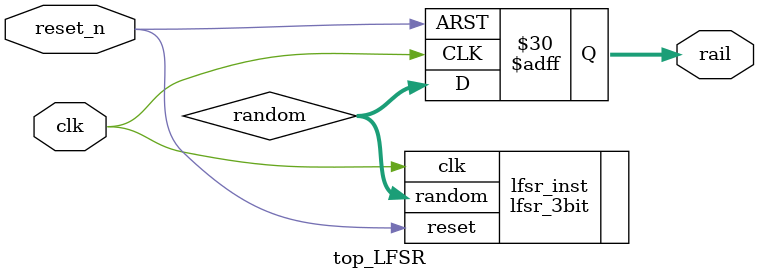
<source format=v>
module top_LFSR(
    input clk,        // assume 50 MHz clock
    input reset_n,    // active low reset
    output reg [2:0] rail   // connect to AD2 RX (DIO-1)
);
    wire uart_tx;
    wire [2:0] random;      // random number 0~7
    wire uart_ready;
    reg uart_send = 0;
    reg [7:0] uart_data = 8'h41; // default 'A'

    reg [25:0] counter = 0;  // for 0.5s interval at 50MHz
    reg tick = 0;

    // === Instantiate LFSR ===
    lfsr_3bit lfsr_inst (
        .clk(clk),
        .reset(reset_n),   // Make sure lfsr_3bit uses active-low reset too
        .random(random)
    );

    // === 0.5s Tick Generator ===
    always @(posedge clk or negedge reset_n) begin
        if (!reset_n) begin
            counter <= 0;
            tick <= 0;
        end else if (counter == 10_000_000 - 1) begin  // 0.1 sec
            counter <= 0;
            tick <= 1;
        end else begin
            counter <= counter + 1;
            tick <= 0;
        end
    end

    // === UART Send Logic ===
    reg send_pending = 0;

always @(posedge clk or negedge reset_n) begin
    if (!reset_n) begin
        rail <= 0;
        uart_send <= 0;
        uart_data <= 8'h41;
        send_pending <= 0;
    end else begin
        rail <= random;

        // Request send at tick
        if (tick) begin
            send_pending <= 1;
            uart_data <= 8'h41 + random;
        end

        // Only send when READY and we have pending data
        if (send_pending && uart_ready) begin
            uart_send <= 1;
            send_pending <= 0;  // Clear after sending
        end else begin
            uart_send <= 0;
        end
    end
end
endmodule


</source>
